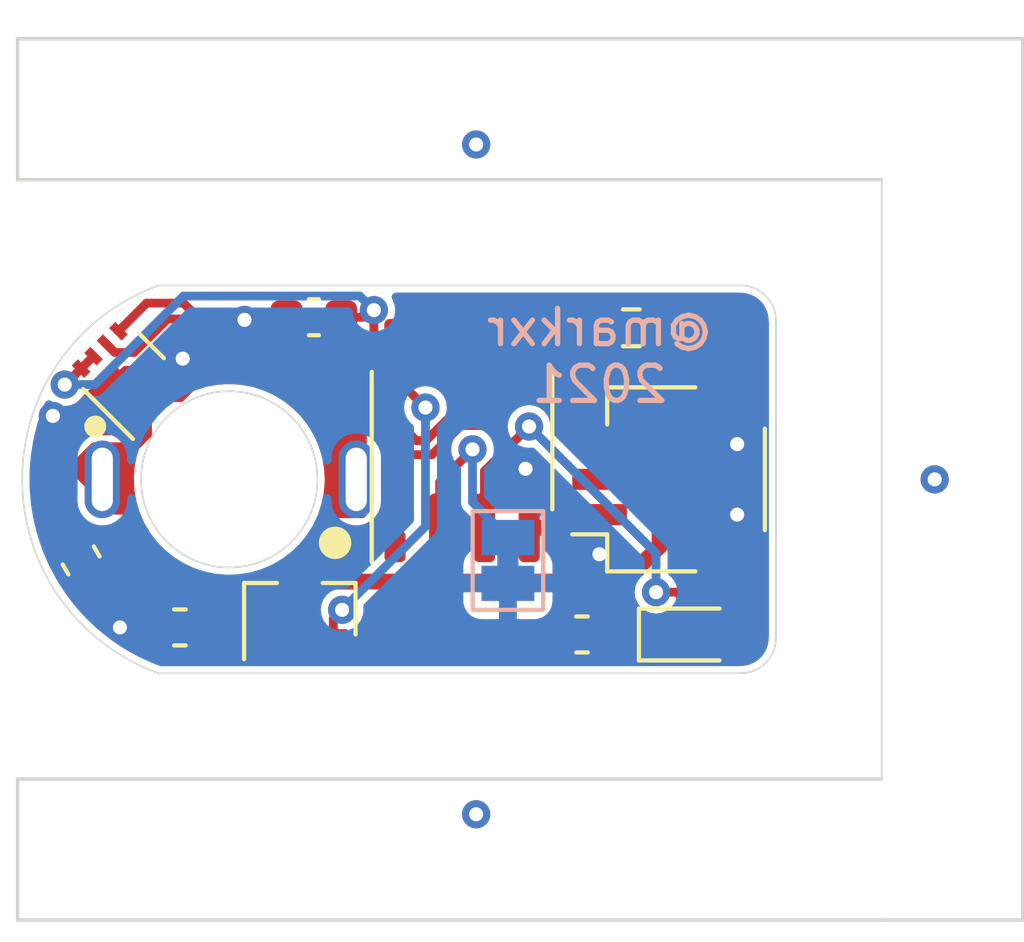
<source format=kicad_pcb>
(kicad_pcb (version 20201220) (generator pcbnew)
  (layers (0 "F.Cu" signal) (31 "B.Cu" signal) (34 "B.Paste" user) (35 "F.Paste" user) (36 "B.SilkS" user "B.Silkscreen") (37 "F.SilkS" user "F.Silkscreen") (38 "B.Mask" user) (39 "F.Mask" user) (44 "Edge.Cuts" user))
  (net 0 "")
  (net 1 "GND")
  (net 2 "VBAT")
  (net 3 "/VLOGIC")
  (net 4 "PWMIN")
  (net 5 "/MOTORF")
  (net 6 "/MOTORR")
  (net 7 "BLINKY")
  (net 8 "Net-(D1-Pad1)")
  (net 9 "/MOTOROUT1")
  (net 10 "/MOTOROUT2")
  (net 11 "/CONFIG1")
  (net 12 "/PWMR")
  (net 13 "no_connect_13")
  (footprint "Capacitor_SMD:C_0603_1608Metric" (layer "F.Cu") (at 162.4 115.4 180)
    (fp_text reference "C3" hide)
    (fp_text value "1uF" hide)
    (fp_line (start -0.14058 0.51) (end 0.14058 0.51) (layer "F.SilkS") (width 0.12))
    (fp_line (start -0.14058 -0.51) (end 0.14058 -0.51) (layer "F.SilkS") (width 0.12))
    (pad "1" smd roundrect (at -0.775 0 180) (size 0.9 0.95) (layers "F.Cu" "F.Paste" "F.Mask") (net 3 "/VLOGIC"))
    (pad "2" smd roundrect (at 0.775 0 180) (size 0.9 0.95) (layers "F.Cu" "F.Paste" "F.Mask") (net 1 "GND"))
  )
  (footprint "Resistor_SMD:R_0603_1608Metric" (layer "F.Cu") (at 170 124.4)
    (fp_text reference "R1" hide)
    (fp_text value "680R" hide)
    (fp_line (start -0.162779 0.51) (end 0.162779 0.51) (layer "F.SilkS") (width 0.12))
    (fp_line (start -0.162779 -0.51) (end 0.162779 -0.51) (layer "F.SilkS") (width 0.12))
    (pad "1" smd roundrect (at -0.7875 0) (size 0.875 0.95) (layers "F.Cu" "F.Paste" "F.Mask") (net 1 "GND"))
    (pad "2" smd roundrect (at 0.7875 0) (size 0.875 0.95) (layers "F.Cu" "F.Paste" "F.Mask") (net 8 "Net-(D1-Pad1)"))
  )
  (footprint "motorback:drv8837_custom" (layer "F.Cu") (at 157 117 135)
    (fp_text reference "U1" hide)
    (fp_text value "DRV8837DSGR" hide)
    (fp_line (start -1.5 -1.12) (end 0.5 -1.12) (layer "F.SilkS") (width 0.12))
    (fp_line (start 0.5 1.12) (end -0.5 1.12) (layer "F.SilkS") (width 0.12))
    (pad "1" smd rect (at -0.95 -0.75 135) (size 0.5 0.25) (layers "F.Cu" "F.Paste" "F.Mask") (net 2 "VBAT"))
    (pad "2" smd rect (at -0.95 -0.25 135) (size 0.5 0.25) (layers "F.Cu" "F.Paste" "F.Mask") (net 9 "/MOTOROUT1"))
    (pad "3" smd rect (at -0.95 0.25 135) (size 0.5 0.25) (layers "F.Cu" "F.Paste" "F.Mask") (net 10 "/MOTOROUT2"))
    (pad "4" smd rect (at -0.95 0.75 135) (size 0.5 0.25) (layers "F.Cu" "F.Paste" "F.Mask") (net 1 "GND"))
    (pad "5" smd rect (at 0.95 0.75 135) (size 0.5 0.25) (layers "F.Cu" "F.Paste" "F.Mask") (net 6 "/MOTORR"))
    (pad "6" smd rect (at 0.95 0.25 135) (size 0.5 0.25) (layers "F.Cu" "F.Paste" "F.Mask") (net 5 "/MOTORF"))
    (pad "7" smd rect (at 0.95 -0.25 135) (size 0.5 0.25) (layers "F.Cu" "F.Paste" "F.Mask") (net 3 "/VLOGIC"))
    (pad "8" smd rect (at 0.95 -0.75 135) (size 0.5 0.25) (layers "F.Cu" "F.Paste" "F.Mask") (net 3 "/VLOGIC"))
    (pad "9" smd rect (at 0 -0.4 135) (size 0.9 0.8) (layers "F.Cu" "F.Mask") (net 1 "GND"))
  )
  (footprint "LED_SMD:LED_0603_1608Metric" (layer "F.Cu") (at 173.1 124.4)
    (fp_text reference "D1" hide)
    (fp_text value "LED" hide)
    (fp_line (start -1.485 -0.735) (end -1.485 0.735) (layer "F.SilkS") (width 0.12))
    (fp_line (start -1.485 0.735) (end 0.8 0.735) (layer "F.SilkS") (width 0.12))
    (fp_line (start 0.8 -0.735) (end -1.485 -0.735) (layer "F.SilkS") (width 0.12))
    (pad "1" smd roundrect (at -0.7875 0) (size 0.875 0.95) (layers "F.Cu" "F.Paste" "F.Mask") (net 8 "Net-(D1-Pad1)"))
    (pad "2" smd roundrect (at 0.7875 0) (size 0.875 0.95) (layers "F.Cu" "F.Paste" "F.Mask") (net 7 "BLINKY"))
  )
  (footprint "Capacitor_SMD:C_0603_1608Metric" (layer "F.Cu") (at 155.8 122.3 -60)
    (fp_text reference "C1" hide)
    (fp_text value "10uF" hide)
    (fp_line (start -0.162779 -0.51) (end 0.162779 -0.51) (layer "F.SilkS") (width 0.12))
    (fp_line (start -0.162779 0.51) (end 0.162779 0.51) (layer "F.SilkS") (width 0.12))
    (pad "1" smd roundrect (at -0.7875 0 300) (size 0.875 0.95) (layers "F.Cu" "F.Paste" "F.Mask") (net 2 "VBAT"))
    (pad "2" smd roundrect (at 0.7875 0 300) (size 0.875 0.95) (layers "F.Cu" "F.Paste" "F.Mask") (net 1 "GND"))
  )
  (footprint "Resistor_SMD:R_0603_1608Metric" (layer "F.Cu") (at 171.4 115.7 180)
    (fp_text reference "R2" hide)
    (fp_text value "680R" hide)
    (fp_line (start -0.237258 -0.5225) (end 0.237258 -0.5225) (layer "F.SilkS") (width 0.12))
    (fp_line (start -0.237258 0.5225) (end 0.237258 0.5225) (layer "F.SilkS") (width 0.12))
    (pad "1" smd roundrect (at -0.825 0 180) (size 0.8 0.95) (layers "F.Cu" "F.Paste" "F.Mask") (net 4 "PWMIN"))
    (pad "2" smd roundrect (at 0.825 0 180) (size 0.8 0.95) (layers "F.Cu" "F.Paste" "F.Mask") (net 12 "/PWMR"))
  )
  (footprint "Connector_JST:JST_SH_SM03B-SRSS-TB_1x03-1MP_P1.00mm_Horizontal" (layer "F.Cu") (at 172.5 120 90)
    (fp_text reference "J1" hide)
    (fp_text value "Servo wire input" hide)
    (fp_line (start -2.61 0.715) (end -2.61 -1.785) (layer "F.SilkS") (width 0.12))
    (fp_line (start -2.61 -1.785) (end -1.56 -1.785) (layer "F.SilkS") (width 0.12))
    (fp_line (start 2.61 0.715) (end 2.61 -1.785) (layer "F.SilkS") (width 0.12))
    (fp_line (start -1.44 2.685) (end 1.44 2.685) (layer "F.SilkS") (width 0.12))
    (fp_line (start 2.61 -1.785) (end 1.56 -1.785) (layer "F.SilkS") (width 0.12))
    (fp_line (start -1.56 -1.785) (end -1.56 -2.775) (layer "F.SilkS") (width 0.12))
    (pad "1" smd roundrect (at -1 -2 90) (size 0.6 1.55) (layers "F.Cu" "F.Paste" "F.Mask") (net 1 "GND"))
    (pad "2" smd roundrect (at 0 -2 90) (size 0.6 1.55) (layers "F.Cu" "F.Paste" "F.Mask") (net 2 "VBAT"))
    (pad "3" smd roundrect (at 1 -2 90) (size 0.6 1.55) (layers "F.Cu" "F.Paste" "F.Mask") (net 4 "PWMIN"))
    (pad "MP" smd roundrect (at -2.3 1.875 90) (size 1.2 1.8) (layers "F.Cu" "F.Paste" "F.Mask") (roundrect_rratio 0.2083333333333333) (net 1 "GND"))
    (pad "MP" smd roundrect (at 2.3 1.875 90) (size 1.2 1.8) (layers "F.Cu" "F.Paste" "F.Mask") (roundrect_rratio 0.2083333333333333) (net 1 "GND"))
  )
  (footprint "motorback:motorpad" (layer "F.Cu") (at 156.4 120)
    (fp_text reference "J2" hide)
    (fp_text value "Conn_01x01_Male" hide)
    (pad "1" thru_hole oval (at 0 0) (size 1 2.2) (drill oval 0.6 1.8) (layers *.Cu *.Mask) (net 9 "/MOTOROUT1"))
  )
  (footprint "motorback:SOIC-8_shortpin1" (layer "F.Cu") (at 166.6 118.9 90)
    (fp_text reference "U2" hide)
    (fp_text value "ATtiny13V-10SSU")
    (fp_line (start 0 -2.56) (end 1.95 -2.56) (layer "F.SilkS") (width 0.12))
    (fp_line (start 0 -2.56) (end -3.45 -2.56) (layer "F.SilkS") (width 0.12))
    (fp_line (start 0 2.56) (end 1.95 2.56) (layer "F.SilkS") (width 0.12))
    (fp_line (start 0 2.56) (end -1.95 2.56) (layer "F.SilkS") (width 0.12))
    (pad "1" smd roundrect (at -3 -1.9 90) (size 0.9 0.6) (layers "F.Cu" "F.Paste" "F.Mask") (net 13 "no_connect_13"))
    (pad "2" smd roundrect (at -2.475 -0.635 90) (size 1.95 0.6) (layers "F.Cu" "F.Paste" "F.Mask") (net 11 "/CONFIG1"))
    (pad "3" smd roundrect (at -2.475 0.635 90) (size 1.95 0.6) (layers "F.Cu" "F.Paste" "F.Mask") (net 7 "BLINKY"))
    (pad "4" smd roundrect (at -2.475 1.905 90) (size 1.95 0.6) (layers "F.Cu" "F.Paste" "F.Mask") (net 1 "GND"))
    (pad "5" smd roundrect (at 2.475 1.905 90) (size 1.95 0.6) (layers "F.Cu" "F.Paste" "F.Mask") (net 5 "/MOTORF"))
    (pad "6" smd roundrect (at 2.475 0.635 90) (size 1.95 0.6) (layers "F.Cu" "F.Paste" "F.Mask") (net 6 "/MOTORR"))
    (pad "7" smd roundrect (at 2.475 -0.635 90) (size 1.95 0.6) (layers "F.Cu" "F.Paste" "F.Mask") (net 12 "/PWMR"))
    (pad "8" smd roundrect (at 2.475 -1.905 90) (size 1.95 0.6) (layers "F.Cu" "F.Paste" "F.Mask") (net 3 "/VLOGIC"))
  )
  (footprint "Package_TO_SOT_SMD:SOT-23" (layer "F.Cu") (at 162 123.7 90)
    (fp_text reference "U3" hide)
    (fp_text value "AIC1734-33GUTR" hide)
    (fp_line (start 0.76 -1.58) (end 0.76 -0.65) (layer "F.SilkS") (width 0.12))
    (fp_line (start 0.76 -1.58) (end -1.4 -1.58) (layer "F.SilkS") (width 0.12))
    (fp_line (start 0.76 1.58) (end 0.76 0.65) (layer "F.SilkS") (width 0.12))
    (fp_line (start 0.76 1.58) (end -0.7 1.58) (layer "F.SilkS") (width 0.12))
    (pad "1" smd rect (at -1 -0.95 90) (size 0.9 0.8) (layers "F.Cu" "F.Paste" "F.Mask") (net 1 "GND"))
    (pad "2" smd rect (at -1 0.95 90) (size 0.9 0.8) (layers "F.Cu" "F.Paste" "F.Mask") (net 3 "/VLOGIC"))
    (pad "3" smd rect (at 1 0 90) (size 0.9 0.8) (layers "F.Cu" "F.Paste" "F.Mask") (net 2 "VBAT"))
  )
  (footprint "Capacitor_SMD:C_0603_1608Metric" (layer "F.Cu") (at 158.6 124.2 180)
    (fp_text reference "C2" hide)
    (fp_text value "1uF" hide)
    (fp_line (start -0.162779 0.51) (end 0.162779 0.51) (layer "F.SilkS") (width 0.12))
    (fp_line (start -0.162779 -0.51) (end 0.162779 -0.51) (layer "F.SilkS") (width 0.12))
    (pad "1" smd roundrect (at -0.7875 0 180) (size 0.875 0.95) (layers "F.Cu" "F.Paste" "F.Mask") (net 2 "VBAT"))
    (pad "2" smd roundrect (at 0.7875 0 180) (size 0.875 0.95) (layers "F.Cu" "F.Paste" "F.Mask") (net 1 "GND"))
  )
  (footprint "motorback:motorpad" (layer "F.Cu") (at 163.6 120)
    (fp_text reference "J3" hide)
    (fp_text value "Conn_01x01_Male" hide)
    (pad "1" thru_hole oval (at 0 0) (size 1 2.2) (drill oval 0.6 1.8) (layers *.Cu *.Mask) (net 10 "/MOTOROUT2"))
  )
  (footprint "Jumper:SolderJumper-2_P1.3mm_Bridged_Pad1.0x1.5mm" (layer "B.Cu") (at 167.9 122.3 90)
    (fp_text reference "JP1" hide)
    (fp_text value "Jumper" hide)
    (fp_poly (pts (xy -0.25 0.3) (xy 0.25 0.3) (xy 0.25 -0.3) (xy -0.25 -0.3)) (layer "B.Cu") (width 0) (fill solid))
    (fp_line (start -1.4 1) (end 1.4 1) (layer "B.SilkS") (width 0.12))
    (fp_line (start -1.4 -1) (end -1.4 1) (layer "B.SilkS") (width 0.12))
    (fp_line (start 1.4 1) (end 1.4 -1) (layer "B.SilkS") (width 0.12))
    (fp_line (start 1.4 -1) (end -1.4 -1) (layer "B.SilkS") (width 0.12))
    (pad "1" smd rect (at -0.65 0 90) (size 1 1.5) (layers "B.Cu" "B.Mask") (net 1 "GND"))
    (pad "2" smd rect (at 0.65 0 90) (size 1 1.5) (layers "B.Cu" "B.Mask") (net 11 "/CONFIG1"))
  )
  (gr_circle (center 156.2 118.5) (end 156.45 118.5) (layer "F.SilkS") (width 0.12) (fill solid))
  (gr_circle (center 163 121.8) (end 163.4 121.8) (layer "F.SilkS") (width 0.12) (fill solid))
  (gr_line (start 158 114.5) (end 174.5 114.5) (layer "Edge.Cuts") (width 0.05))
  (gr_arc (start 174.5 124.5) (end 174.5 125.5) (angle -90) (layer "Edge.Cuts") (width 0.05))
  (gr_line (start 154 111.5) (end 154 107.5) (layer "Edge.Cuts") (width 0.1))
  (gr_arc (start 174.5 115.5) (end 175.5 115.5) (angle -90) (layer "Edge.Cuts") (width 0.05))
  (gr_line (start 182.5 107.5) (end 182.5 132.5) (layer "Edge.Cuts") (width 0.1))
  (gr_arc (start 159.972702 120) (end 158 114.5) (angle -140.5369116) (layer "Edge.Cuts") (width 0.05))
  (gr_circle (center 160 120) (end 162.5 120) (layer "Edge.Cuts") (width 0.05) (fill none))
  (gr_line (start 154 132.5) (end 154 128.5) (layer "Edge.Cuts") (width 0.1))
  (gr_line (start 158 125.5) (end 174.5 125.5) (layer "Edge.Cuts") (width 0.05))
  (gr_line (start 154 128.5) (end 178.5 128.5) (layer "Edge.Cuts") (width 0.1))
  (gr_line (start 175.5 115.5) (end 175.5 124.5) (layer "Edge.Cuts") (width 0.05))
  (gr_line (start 178.5 111.5) (end 154 111.5) (layer "Edge.Cuts") (width 0.1))
  (gr_line (start 178.5 107.5) (end 182.5 107.5) (layer "Edge.Cuts") (width 0.1))
  (gr_line (start 154 107.5) (end 178.5 107.5) (layer "Edge.Cuts") (width 0.1))
  (gr_line (start 182.5 132.5) (end 178.5 132.5) (layer "Edge.Cuts") (width 0.1))
  (gr_line (start 178.5 111.5) (end 178.5 128.5) (layer "Edge.Cuts") (width 0.05))
  (gr_line (start 178.5 132.5) (end 154 132.5) (layer "Edge.Cuts") (width 0.1))
  (gr_text "@markxr\n2021" (at 170.5 116.5) (layer "B.SilkS") (effects (font (size 1 1)) (justify mirror)))
  (via (at 167 110.5) (size 0.8) (drill 0.4) (layers "F.Cu" "B.Cu") (net 0))
  (via (at 167 129.5) (size 0.8) (drill 0.4) (layers "F.Cu" "B.Cu") (net 0))
  (via (at 180 120) (size 0.8) (drill 0.4) (layers "F.Cu" "B.Cu") (net 0))
  (segment (start 161.625 115.4) (end 160.505173 115.4) (width 0.45) (layer "F.Cu") (net 1))
  (segment (start 170.5 122.119928) (end 170.494949 122.124979) (width 0.45) (layer "F.Cu") (net 1))
  (segment (start 156.5 117.5) (end 156.717157 117.282843) (width 0.3) (layer "F.Cu") (net 1))
  (segment (start 158.202082 117.141421) (end 158.68014 116.663363) (width 0.45) (layer "F.Cu") (net 1))
  (segment (start 156.19375 123.49375) (end 156.9 124.2) (width 0.45) (layer "F.Cu") (net 1))
  (segment (start 160.505173 115.4) (end 160.430163 115.47501) (width 0.45) (layer "F.Cu") (net 1))
  (segment (start 158.66251 125.05001) (end 160.69999 125.05001) (width 0.45) (layer "F.Cu") (net 1))
  (segment (start 168.505 121.375) (end 168.505 119.805) (width 0.45) (layer "F.Cu") (net 1))
  (segment (start 156.19375 122.981995) (end 156.19375 123.49375) (width 0.45) (layer "F.Cu") (net 1))
  (segment (start 158.202082 117.141421) (end 157.990461 116.9298) (width 0.3) (layer "F.Cu") (net 1))
  (segment (start 155 118.2) (end 155.5 118.2) (width 0.3) (layer "F.Cu") (net 1))
  (segment (start 160.69999 125.05001) (end 161.05 124.7) (width 0.45) (layer "F.Cu") (net 1))
  (segment (start 174.4 121) (end 174.4 122.275) (width 0.45) (layer "F.Cu") (net 1))
  (segment (start 157.8125 124.2) (end 158.66251 125.05001) (width 0.45) (layer "F.Cu") (net 1))
  (segment (start 168.505 121.375) (end 170.125 121.375) (width 0.45) (layer "F.Cu") (net 1))
  (segment (start 156.2 117.5) (end 156.5 117.5) (width 0.3) (layer "F.Cu") (net 1))
  (segment (start 174.375 117.7) (end 174.375 118.975) (width 0.45) (layer "F.Cu") (net 1))
  (segment (start 170.5 121) (end 170.5 122.119928) (width 0.45) (layer "F.Cu") (net 1))
  (segment (start 170.125 121.375) (end 170.5 121) (width 0.45) (layer "F.Cu") (net 1))
  (segment (start 174.4 122.275) (end 174.375 122.3) (width 0.45) (layer "F.Cu") (net 1))
  (segment (start 157.8125 124.2) (end 156.9 124.2) (width 0.45) (layer "F.Cu") (net 1))
  (segment (start 174.7875 117.2875) (end 174.375 117.7) (width 0.45) (layer "F.Cu") (net 1))
  (segment (start 174.375 118.975) (end 174.4 119) (width 0.45) (layer "F.Cu") (net 1))
  (segment (start 157.0702 116.9298) (end 156.717157 117.282843) (width 0.3) (layer "F.Cu") (net 1))
  (segment (start 155.5 118.2) (end 156.2 117.5) (width 0.3) (layer "F.Cu") (net 1))
  (segment (start 168.505 119.805) (end 168.4 119.7) (width 0.45) (layer "F.Cu") (net 1))
  (segment (start 157.990461 116.9298) (end 157.0702 116.9298) (width 0.3) (layer "F.Cu") (net 1))
  (segment (start 158.68014 116.663363) (end 158.68014 116.57501) (width 0.45) (layer "F.Cu") (net 1))
  (via (at 156.9 124.2) (size 0.8) (drill 0.4) (layers "F.Cu" "B.Cu") (net 1))
  (via (at 174.4 119) (size 0.8) (drill 0.4) (layers "F.Cu" "B.Cu") (net 1))
  (via (at 170.494949 122.124979) (size 0.8) (drill 0.4) (layers "F.Cu" "B.Cu") (net 1))
  (via (at 155 118.2) (size 0.8) (drill 0.4) (layers "F.Cu" "B.Cu") (net 1))
  (via (at 158.68014 116.57501) (size 0.8) (drill 0.4) (layers "F.Cu" "B.Cu") (net 1))
  (via (at 160.430163 115.47501) (size 0.8) (drill 0.4) (layers "F.Cu" "B.Cu") (net 1))
  (via (at 168.4 119.7) (size 0.8) (drill 0.4) (layers "F.Cu" "B.Cu") (net 1))
  (via (at 174.4 121) (size 0.8) (drill 0.4) (layers "F.Cu" "B.Cu") (net 1))
  (segment (start 159.5 124.0875) (end 159.3875 124.2) (width 0.45) (layer "F.Cu") (net 2))
  (segment (start 172.2 121.9) (end 171.200011 122.899989) (width 0.45) (layer "F.Cu") (net 2))
  (segment (start 162 123.2) (end 159.5 123.2) (width 0.45) (layer "F.Cu") (net 2))
  (segment (start 157.141421 118.202082) (end 156.818513 118.52499) (width 0.45) (layer "F.Cu") (net 2))
  (segment (start 156.09693 121.618005) (end 155.40625 121.618005) (width 0.45) (layer "F.Cu") (net 2))
  (segment (start 155 121.1) (end 155 120.521075) (width 0.45) (layer "F.Cu") (net 2))
  (segment (start 155 121.211755) (end 155 120.521075) (width 0.45) (layer "F.Cu") (net 2))
  (segment (start 155.937559 118.52499) (end 155 119.462549) (width 0.45) (layer "F.Cu") (net 2))
  (segment (start 171.200011 122.899989) (end 162.199989 122.899989) (width 0.45) (layer "F.Cu") (net 2))
  (segment (start 155.40625 121.618005) (end 155 121.211755) (width 0.45) (layer "F.Cu") (net 2))
  (segment (start 156.818513 118.52499) (end 155.937559 118.52499) (width 0.45) (layer "F.Cu") (net 2))
  (segment (start 170.5 120) (end 171.275 120) (width 0.45) (layer "F.Cu") (net 2))
  (segment (start 159.5 123.2) (end 157.678925 123.2) (width 0.45) (layer "F.Cu") (net 2))
  (segment (start 172.2 120.925) (end 172.2 121.9) (width 0.45) (layer "F.Cu") (net 2))
  (segment (start 157.678925 123.2) (end 156.09693 121.618005) (width 0.45) (layer "F.Cu") (net 2))
  (segment (start 155 121.211755) (end 155 121.1) (width 0.45) (layer "F.Cu") (net 2))
  (segment (start 171.275 120) (end 172.2 120.925) (width 0.45) (layer "F.Cu") (net 2))
  (segment (start 159.5 123.2) (end 159.5 124.0875) (width 0.45) (layer "F.Cu") (net 2))
  (segment (start 162.199989 122.899989) (end 162 122.7) (width 0.45) (layer "F.Cu") (net 2))
  (segment (start 155 119.462549) (end 155 120.521075) (width 0.45) (layer "F.Cu") (net 2))
  (segment (start 162 122.7) (end 162 123.2) (width 0.45) (layer "F.Cu") (net 2))
  (segment (start 155.345243 117.311254) (end 155.335637 117.311254) (width 0.25) (layer "F.Cu") (net 3))
  (segment (start 162.95 124.7) (end 162.95 123.95) (width 0.25) (layer "F.Cu") (net 3))
  (segment (start 163.175 115.4) (end 163.9 115.4) (width 0.25) (layer "F.Cu") (net 3))
  (segment (start 162.95 123.95) (end 163.2 123.7) (width 0.25) (layer "F.Cu") (net 3))
  (segment (start 164.695 116.425) (end 164.695 117.095) (width 0.25) (layer "F.Cu") (net 3))
  (segment (start 163.9 115.4) (end 164.1 115.2) (width 0.25) (layer "F.Cu") (net 3))
  (segment (start 156.151472 116.505025) (end 155.797918 116.858579) (width 0.25) (layer "F.Cu") (net 3))
  (segment (start 155.797918 116.858579) (end 155.345243 117.311254) (width 0.25) (layer "F.Cu") (net 3))
  (segment (start 164.695 117.095) (end 165.56304 117.96304) (width 0.25) (layer "F.Cu") (net 3))
  (segment (start 164.695 116.425) (end 164.1 115.83) (width 0.25) (layer "F.Cu") (net 3))
  (segment (start 164.1 115.83) (end 164.1 115.2) (width 0.25) (layer "F.Cu") (net 3))
  (via (at 164.1 115.2) (size 0.8) (drill 0.4) (layers "F.Cu" "B.Cu") (net 3))
  (via (at 155.335637 117.311254) (size 0.8) (drill 0.4) (layers "F.Cu" "B.Cu") (net 3))
  (via (at 163.2 123.7) (size 0.8) (drill 0.4) (layers "F.Cu" "B.Cu") (net 3))
  (via (at 165.56304 117.96304) (size 0.8) (drill 0.4) (layers "F.Cu" "B.Cu") (net 3))
  (segment (start 155.335637 117.311254) (end 156.188746 117.311254) (width 0.25) (layer "B.Cu") (net 3))
  (segment (start 158.7 114.8) (end 163.7 114.8) (width 0.25) (layer "B.Cu") (net 3))
  (segment (start 163.2 123.7) (end 165.56304 121.33696) (width 0.25) (layer "B.Cu") (net 3))
  (segment (start 165.56304 121.33696) (end 165.56304 117.96304) (width 0.25) (layer "B.Cu") (net 3))
  (segment (start 156.188746 117.311254) (end 158.7 114.8) (width 0.25) (layer "B.Cu") (net 3))
  (segment (start 163.7 114.8) (end 164.1 115.2) (width 0.25) (layer "B.Cu") (net 3))
  (segment (start 172.225 117.275) (end 170.5 119) (width 0.25) (layer "F.Cu") (net 4))
  (segment (start 172.225 115.7) (end 172.225 117.275) (width 0.25) (layer "F.Cu") (net 4))
  (segment (start 156.753553 116.4) (end 156.505025 116.151472) (width 0.25) (layer "F.Cu") (net 5))
  (segment (start 158.251008 115.449988) (end 157.300996 116.4) (width 0.25) (layer "F.Cu") (net 5))
  (segment (start 166.572915 118.473474) (end 165.746378 119.300011) (width 0.25) (layer "F.Cu") (net 5))
  (segment (start 165.746378 119.300011) (end 165.134311 119.300011) (width 0.25) (layer "F.Cu") (net 5))
  (segment (start 165.134311 119.300011) (end 162.4343 116.6) (width 0.25) (layer "F.Cu") (net 5))
  (segment (start 167.431526 118.473474) (end 166.572915 118.473474) (width 0.25) (layer "F.Cu") (net 5))
  (segment (start 168.505 117.4) (end 167.431526 118.473474) (width 0.25) (layer "F.Cu") (net 5))
  (segment (start 158.585284 115.449988) (end 158.251008 115.449988) (width 0.25) (layer "F.Cu") (net 5))
  (segment (start 168.505 116.425) (end 168.505 117.4) (width 0.25) (layer "F.Cu") (net 5))
  (segment (start 159.735296 116.6) (end 158.585284 115.449988) (width 0.25) (layer "F.Cu") (net 5))
  (segment (start 157.300996 116.4) (end 156.753553 116.4) (width 0.25) (layer "F.Cu") (net 5))
  (segment (start 162.4343 116.6) (end 159.735296 116.6) (width 0.25) (layer "F.Cu") (net 5))
  (segment (start 165.3 118.9) (end 162.599989 116.199989) (width 0.25) (layer "F.Cu") (net 6))
  (segment (start 158.700996 115) (end 157.656497 115) (width 0.25) (layer "F.Cu") (net 6))
  (segment (start 167.235 117.245689) (end 165.580689 118.9) (width 0.25) (layer "F.Cu") (net 6))
  (segment (start 157.656497 115) (end 156.858579 115.797918) (width 0.25) (layer "F.Cu") (net 6))
  (segment (start 159.900985 116.199989) (end 158.700996 115) (width 0.25) (layer "F.Cu") (net 6))
  (segment (start 165.580689 118.9) (end 165.3 118.9) (width 0.25) (layer "F.Cu") (net 6))
  (segment (start 162.599989 116.199989) (end 159.900985 116.199989) (width 0.25) (layer "F.Cu") (net 6))
  (segment (start 167.235 116.425) (end 167.235 117.245689) (width 0.25) (layer "F.Cu") (net 6))
  (segment (start 173.8875 124.4) (end 172.6875 123.2) (width 0.25) (layer "F.Cu") (net 7))
  (segment (start 167.235 121.375) (end 167.235 119.765) (width 0.25) (layer "F.Cu") (net 7))
  (segment (start 167.235 119.765) (end 168.5 118.5) (width 0.25) (layer "F.Cu") (net 7))
  (segment (start 172.6875 123.2) (end 172.1 123.2) (width 0.25) (layer "F.Cu") (net 7))
  (via (at 168.5 118.5) (size 0.8) (drill 0.4) (layers "F.Cu" "B.Cu") (net 7))
  (via (at 172.1 123.2) (size 0.8) (drill 0.4) (layers "F.Cu" "B.Cu") (net 7))
  (segment (start 168.5 118.5) (end 172.1 122.1) (width 0.25) (layer "B.Cu") (net 7))
  (segment (start 172.1 122.1) (end 172.1 123.2) (width 0.25) (layer "B.Cu") (net 7))
  (segment (start 172.3125 124.4) (end 170.7875 124.4) (width 0.25) (layer "F.Cu") (net 8))
  (segment (start 157.494975 117.848528) (end 157.681596 118.035149) (width 0.25) (layer "F.Cu") (net 9))
  (segment (start 157.681596 118.718404) (end 156.4 120) (width 0.25) (layer "F.Cu") (net 9))
  (segment (start 157.681596 118.035149) (end 157.681596 118.718404) (width 0.25) (layer "F.Cu") (net 9))
  (segment (start 158.618404 117.681596) (end 159.124976 117.175024) (width 0.25) (layer "F.Cu") (net 10))
  (segment (start 163.1 119.1) (end 163.1 120) (width 0.25) (layer "F.Cu") (net 10))
  (segment (start 158.035149 117.681596) (end 158.618404 117.681596) (width 0.25) (layer "F.Cu") (net 10))
  (segment (start 161.175024 117.175024) (end 163.1 119.1) (width 0.25) (layer "F.Cu") (net 10))
  (segment (start 159.124976 117.175024) (end 161.175024 117.175024) (width 0.25) (layer "F.Cu") (net 10))
  (segment (start 157.848528 117.494975) (end 158.035149 117.681596) (width 0.25) (layer "F.Cu") (net 10))
  (segment (start 165.965 120.080391) (end 166.896916 119.148475) (width 0.25) (layer "F.Cu") (net 11))
  (segment (start 165.965 121.375) (end 165.965 120.080391) (width 0.25) (layer "F.Cu") (net 11))
  (via (at 166.896916 119.148475) (size 0.8) (drill 0.4) (layers "F.Cu" "B.Cu") (net 11))
  (segment (start 166.896916 120.646916) (end 166.896916 119.148475) (width 0.25) (layer "B.Cu") (net 11))
  (segment (start 167.9 121.65) (end 166.896916 120.646916) (width 0.25) (layer "B.Cu") (net 11))
  (segment (start 165.965 115.45) (end 166.24001 115.17499) (width 0.25) (layer "F.Cu") (net 12))
  (segment (start 166.24001 115.17499) (end 170.04999 115.17499) (width 0.25) (layer "F.Cu") (net 12))
  (segment (start 170.04999 115.17499) (end 170.575 115.7) (width 0.25) (layer "F.Cu") (net 12))
  (segment (start 165.965 116.425) (end 165.965 115.45) (width 0.25) (layer "F.Cu") (net 12))
  (zone (net 10) (net_name "/MOTOROUT2") (layer "F.Cu") (connect_pads yes (clearance 0.2)) (min_thickness 0.254) (fill yes (thermal_gap 0.508) (thermal_bridge_width 0.508))
    (polygon (pts (xy 163.9 118.5) (xy 163.9 121.1) (xy 162.3 121.1) (xy 162.3 119.3) (xy 158.443261 118.256739) (xy 157.543261 117.356739) (xy 158.1 116.8) (xy 162.4 116.8)))
  )
  (zone (net 9) (net_name "/MOTOROUT1") (layer "F.Cu") (connect_pads yes (clearance 0.2)) (min_thickness 0.254) (fill yes (thermal_gap 0.508) (thermal_bridge_width 0.508))
    (polygon (pts (xy 157.816093 118.091693) (xy 158.555459 118.736755) (xy 157.8 121) (xy 156.7 121) (xy 155.2 119.5) (xy 157.160634 117.554938)))
  )
  (zone (net 1) (net_name "GND") (layer "B.Cu") (connect_pads (clearance 0.2)) (min_thickness 0.254) (fill yes (thermal_gap 0.508) (thermal_bridge_width 0.508))
    (polygon (pts (xy 176 126) (xy 153.5 126) (xy 153.5 114) (xy 176 114)))
  )
)
</source>
